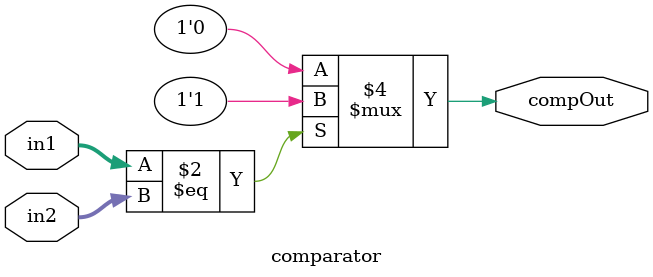
<source format=v>
module comparator(input [23:0] in1, input [23:0] in2,output reg compOut);
  always@(in1,in2)
  if(in1==in2) begin compOut=1'b1;end
  else begin compOut=1'b0;end
endmodule
</source>
